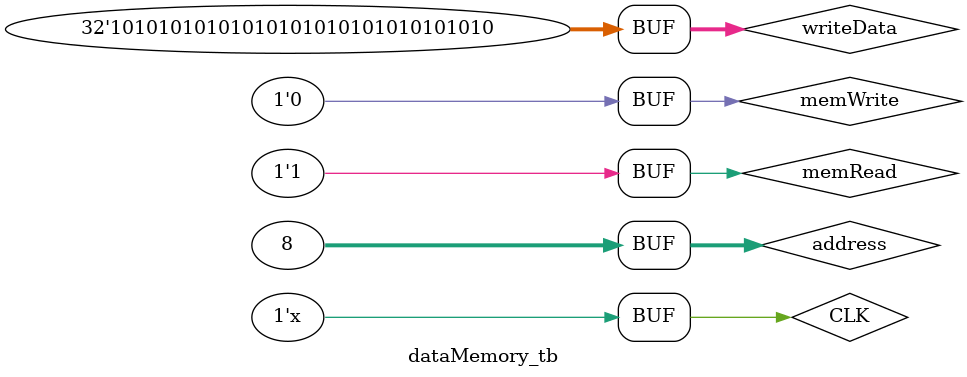
<source format=v>
`timescale 1ns / 1ps


module dataMemory_tb(

    );
    
    // Inputs
	reg CLK;
	reg [31:0] address;
	reg [31:0] writeData;
	reg memWrite;
	reg memRead;
	
	// Set CLK
	always #100 CLK = ~CLK;

	// Outputs
	wire [31:0] readData;

	// Instantiate the Unit Under Test (UUT)
	dataMemory uut (
		.CLK(CLK), 
		.address(address), 
		.writeData(writeData), 
		.memWrite(memWrite), 
		.memRead(memRead), 
		.readData(readData)
	);
	
	initial begin
        // Initialization
        CLK = 0;
        address = 0;
        writeData = 0;
        memWrite = 0;
        memRead = 0;
        //readData = 0;
    
        #185; 
        memWrite = 1'b1;
        address = 32'b00000000000000000000000000000111;
        writeData = 32'b11100000000000000000000000000000;
    
        #100; 
        memWrite = 1'b1;
        address = 32'b00000000000000000000000000000110;
        writeData = 32'hffffffff;
    
        #185; 
        memRead = 1'b1;
        memWrite = 1'b0;
    
        #80; 
        memWrite = 1'b1;
        address = 8;
        writeData = 32'haaaaaaaa;
    
        #80; 
        memWrite = 1'b0;
        memRead = 1'b1;
    
    end
    
endmodule

</source>
